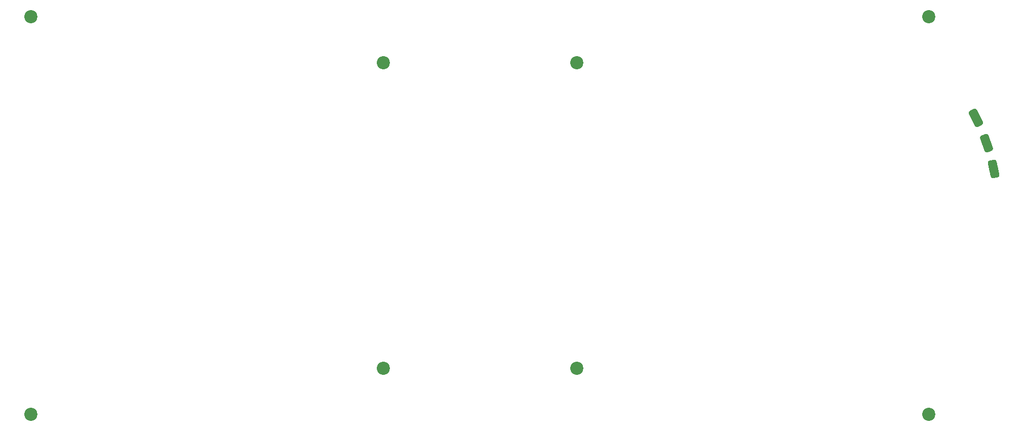
<source format=gbs>
G04 #@! TF.GenerationSoftware,KiCad,Pcbnew,8.0.4*
G04 #@! TF.CreationDate,2025-02-16T16:38:41+11:00*
G04 #@! TF.ProjectId,LGS_FrontPCB,4c47535f-4672-46f6-9e74-5043422e6b69,rev?*
G04 #@! TF.SameCoordinates,Original*
G04 #@! TF.FileFunction,Soldermask,Bot*
G04 #@! TF.FilePolarity,Negative*
%FSLAX46Y46*%
G04 Gerber Fmt 4.6, Leading zero omitted, Abs format (unit mm)*
G04 Created by KiCad (PCBNEW 8.0.4) date 2025-02-16 16:38:41*
%MOMM*%
%LPD*%
G01*
G04 APERTURE LIST*
G04 Aperture macros list*
%AMRoundRect*
0 Rectangle with rounded corners*
0 $1 Rounding radius*
0 $2 $3 $4 $5 $6 $7 $8 $9 X,Y pos of 4 corners*
0 Add a 4 corners polygon primitive as box body*
4,1,4,$2,$3,$4,$5,$6,$7,$8,$9,$2,$3,0*
0 Add four circle primitives for the rounded corners*
1,1,$1+$1,$2,$3*
1,1,$1+$1,$4,$5*
1,1,$1+$1,$6,$7*
1,1,$1+$1,$8,$9*
0 Add four rect primitives between the rounded corners*
20,1,$1+$1,$2,$3,$4,$5,0*
20,1,$1+$1,$4,$5,$6,$7,0*
20,1,$1+$1,$6,$7,$8,$9,0*
20,1,$1+$1,$8,$9,$2,$3,0*%
G04 Aperture macros list end*
%ADD10RoundRect,0.375000X-0.132905X-1.178383X0.600706X-1.022449X0.132905X1.178383X-0.600706X1.022449X0*%
%ADD11RoundRect,0.375000X0.156120X-1.175532X0.830215X-0.846754X-0.156120X1.175532X-0.830215X0.846754X0*%
%ADD12RoundRect,0.375000X0.011695X-1.185796X0.720834X-0.941620X-0.011695X1.185796X-0.720834X0.941620X0*%
%ADD13C,2.200000*%
G04 APERTURE END LIST*
D10*
X36387000Y7734000D03*
D11*
X33435000Y16307000D03*
D12*
X35173000Y12111000D03*
D13*
X-124568000Y-33264000D03*
X-124568000Y33264000D03*
X-65679000Y-25568000D03*
X-65679000Y25568000D03*
X-33321000Y25568000D03*
X-33321000Y-25568000D03*
X25511000Y-33264000D03*
X25511000Y33264000D03*
M02*

</source>
